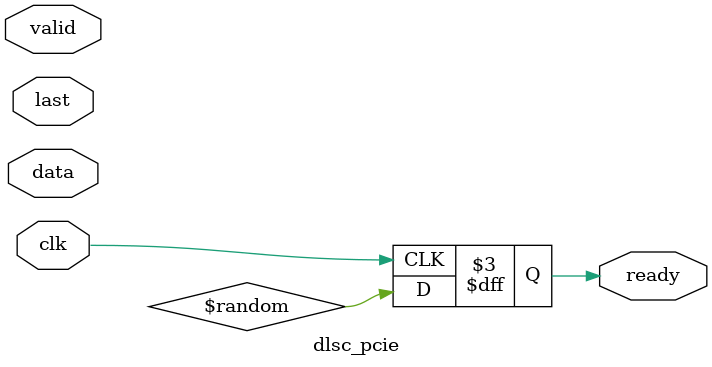
<source format=v>

module dlsc_pcie (
    input   wire            clk,
    input   wire    [31:0]  data,
    input   wire            last,
    input   wire            valid,
    output  reg             ready
);

always @(posedge clk) begin
    ready   <= $random;

    if(valid && ready) begin
        $display("*** %t: %x", $time, data);
        if(last) begin
            $display("*** last ***");
        end
    end
end

endmodule


</source>
